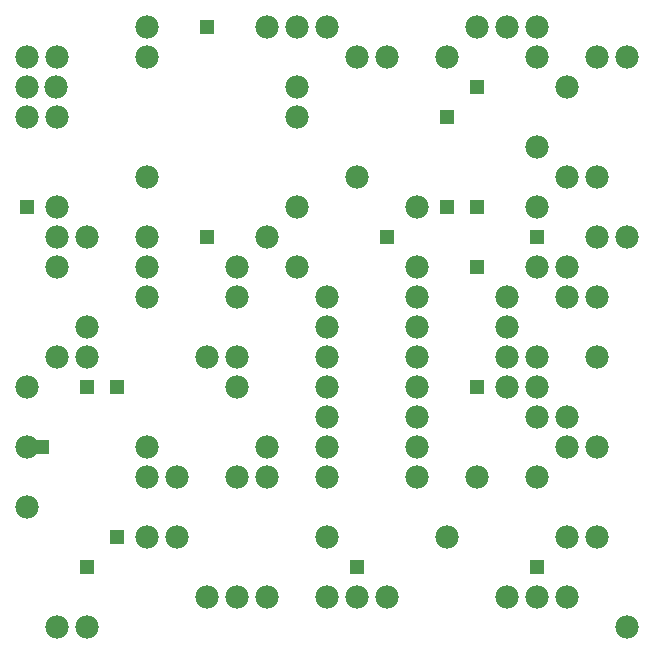
<source format=gts>
G75*
%MOIN*%
%OFA0B0*%
%FSLAX25Y25*%
%IPPOS*%
%LPD*%
%AMOC8*
5,1,8,0,0,1.08239X$1,22.5*
%
%ADD10C,0.07800*%
%ADD11R,0.04762X0.04762*%
D10*
X0068318Y0054667D03*
X0078318Y0054667D03*
X0098318Y0084667D03*
X0108318Y0084667D03*
X0108318Y0104667D03*
X0098318Y0104667D03*
X0098318Y0114667D03*
X0118318Y0144667D03*
X0128318Y0144667D03*
X0128318Y0134667D03*
X0138318Y0114667D03*
X0138318Y0104667D03*
X0128318Y0104667D03*
X0158318Y0104667D03*
X0158318Y0114667D03*
X0158318Y0124667D03*
X0158318Y0134667D03*
X0158318Y0144667D03*
X0158318Y0154667D03*
X0158318Y0164667D03*
X0148318Y0174667D03*
X0138318Y0184667D03*
X0148318Y0194667D03*
X0128318Y0174667D03*
X0128318Y0164667D03*
X0098318Y0164667D03*
X0098318Y0174667D03*
X0098318Y0184667D03*
X0098318Y0204667D03*
X0078318Y0184667D03*
X0068318Y0184667D03*
X0068318Y0194667D03*
X0068318Y0174667D03*
X0078318Y0154667D03*
X0078318Y0144667D03*
X0068318Y0144667D03*
X0058318Y0134667D03*
X0058318Y0114667D03*
X0058318Y0094667D03*
X0118318Y0064667D03*
X0128318Y0064667D03*
X0138318Y0064667D03*
X0158318Y0064667D03*
X0168318Y0064667D03*
X0178318Y0064667D03*
X0198318Y0084667D03*
X0208318Y0104667D03*
X0228318Y0104667D03*
X0238318Y0114667D03*
X0238318Y0124667D03*
X0248318Y0114667D03*
X0228318Y0124667D03*
X0228318Y0134667D03*
X0228318Y0144667D03*
X0218318Y0144667D03*
X0218318Y0154667D03*
X0218318Y0164667D03*
X0228318Y0174667D03*
X0238318Y0174667D03*
X0248318Y0184667D03*
X0258318Y0184667D03*
X0248318Y0204667D03*
X0238318Y0204667D03*
X0228318Y0214667D03*
X0228318Y0194667D03*
X0238318Y0164667D03*
X0248318Y0164667D03*
X0248318Y0144667D03*
X0218318Y0134667D03*
X0188318Y0134667D03*
X0188318Y0144667D03*
X0188318Y0154667D03*
X0188318Y0164667D03*
X0188318Y0174667D03*
X0188318Y0194667D03*
X0168318Y0204667D03*
X0148318Y0224667D03*
X0148318Y0234667D03*
X0148318Y0254667D03*
X0158318Y0254667D03*
X0158318Y0254667D03*
X0168318Y0244667D03*
X0178318Y0244667D03*
X0198318Y0244667D03*
X0208318Y0254667D03*
X0208318Y0254667D03*
X0218318Y0254667D03*
X0228318Y0254667D03*
X0228318Y0254667D03*
X0228318Y0244667D03*
X0238318Y0234667D03*
X0248318Y0244667D03*
X0258318Y0244667D03*
X0188318Y0124667D03*
X0188318Y0114667D03*
X0188318Y0104667D03*
X0158318Y0084667D03*
X0218318Y0064667D03*
X0228318Y0064667D03*
X0238318Y0064667D03*
X0238318Y0084667D03*
X0248318Y0084667D03*
X0258318Y0054667D03*
X0098318Y0244667D03*
X0098318Y0254667D03*
X0068318Y0244667D03*
X0058318Y0244667D03*
X0058318Y0234667D03*
X0068003Y0234667D03*
X0068318Y0224667D03*
X0058318Y0224667D03*
X0138318Y0254667D03*
X0138318Y0254667D03*
D11*
X0118318Y0254667D03*
X0058318Y0194667D03*
X0118318Y0184667D03*
X0088318Y0134667D03*
X0078318Y0134667D03*
X0063318Y0114667D03*
X0088318Y0084667D03*
X0078318Y0074667D03*
X0168318Y0074667D03*
X0228318Y0074667D03*
X0208318Y0134667D03*
X0208318Y0174667D03*
X0208318Y0194667D03*
X0198318Y0194667D03*
X0178318Y0184667D03*
X0198318Y0224667D03*
X0208318Y0234667D03*
X0228318Y0184667D03*
M02*

</source>
